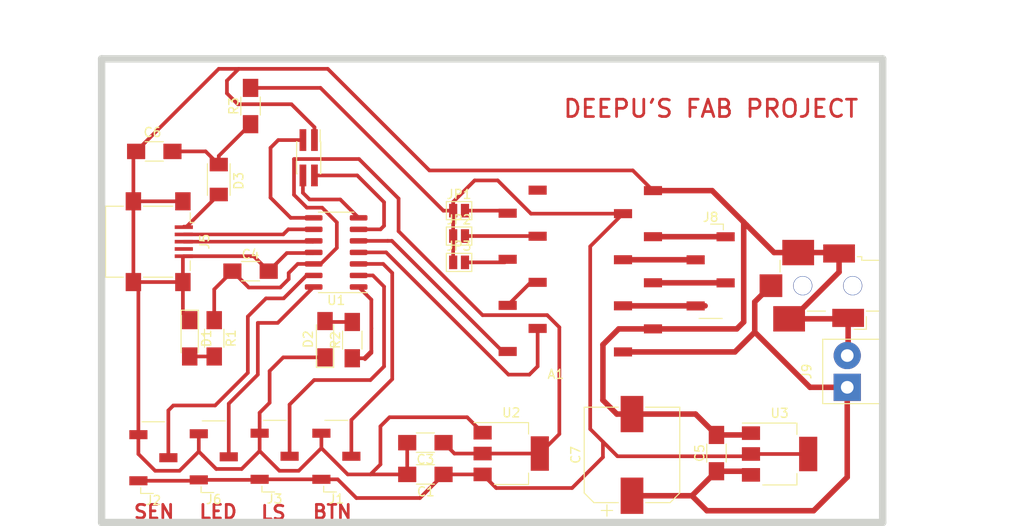
<source format=kicad_pcb>
(kicad_pcb (version 20221018) (generator pcbnew)
  (layers (0 "F.Cu" signal) (31 "B.Cu" signal) (34 "B.Paste" user) (35 "F.Paste" user) (36 "B.SilkS" user "B.Silkscreen") (37 "F.SilkS" user "F.Silkscreen") (38 "B.Mask" user) (39 "F.Mask" user) (44 "Edge.Cuts" user))
  (net 0 "")
  (net 2 "Net-(A1-MS1)")
  (net 3 "Net-(A1-MS2)")
  (net 4 "Net-(A1-MS3)")
  (net 5 "Net-(A1-~{RESET})")
  (net 6 "STEP")
  (net 7 "DIR")
  (net 8 "PWR_GND")
  (net 9 "PWR_5V")
  (net 10 "Net-(A1-1B)")
  (net 11 "Net-(A1-1A)")
  (net 12 "Net-(A1-2A)")
  (net 13 "Net-(A1-2B)")
  (net 14 "PWR_12V")
  (net 15 "PWR_3V3")
  (net 16 "Net-(D1-A)")
  (net 17 "Net-(D2-A)")
  (net 18 "Net-(D3-A)")
  (net 19 "BUTTON")
  (net 20 "SENSOR")
  (net 21 "LIM SWITCH")
  (net 22 "ADDR LED")
  (net 23 "RST")
  (net 24 "DIO")
  (net 25 "CLK")
  (net 26 "LED")
  (net 27 "D-")
  (net 28 "D+")
  (footprint "fab:SOT-223-3_TabPin2" (layer "F.Cu") (at 154.1 114.5)
    (fp_text reference "U2" (at 0 -4.5) (layer "F.SilkS"))
    (fp_text value "Regulator_Linear_NCP1117-3.3V-1A")
    (fp_line (start -4.1 -3.41) (end 1.91 -3.41) (stroke (width 0.12)) (layer "F.SilkS"))
    (fp_line (start -1.85 3.41) (end 1.91 3.41) (stroke (width 0.12)) (layer "F.SilkS"))
    (fp_line (start 1.91 -3.41) (end 1.91 -2.15) (stroke (width 0.12)) (layer "F.SilkS"))
    (fp_line (start 1.91 3.41) (end 1.91 2.15) (stroke (width 0.12)) (layer "F.SilkS"))
    (pad "1" smd rect (at -3.15 -2.3) (size 2 1.5) (layers "F.Cu" "F.Paste" "F.Mask") (net 8 "PWR_GND"))
    (pad "2" smd rect (at -3.15 0) (size 2 1.5) (layers "F.Cu" "F.Paste" "F.Mask") (net 15 "PWR_3V3"))
    (pad "2" smd rect (at 3.15 0) (size 2 3.8) (layers "F.Cu" "F.Paste" "F.Mask") (net 15 "PWR_3V3"))
    (pad "3" smd rect (at -3.15 2.3) (size 2 1.5) (layers "F.Cu" "F.Paste" "F.Mask") (net 9 "PWR_5V"))
  )
  (footprint "fab:TerminalBlock_OnShore_1x02_P3.50mm_Horizontal" (layer "F.Cu") (at 191.1 107.2 90)
    (fp_text reference "J9" (at 1.75 -4.46 90) (layer "F.SilkS"))
    (fp_text value "Screw_Terminal_01x02_P3.5mm")
    (fp_line (start -1.8 -2.7) (end -1.8 3.8) (stroke (width 0.12)) (layer "F.SilkS"))
    (fp_line (start -1.8 -2.7) (end 5.3 -2.7) (stroke (width 0.12)) (layer "F.SilkS"))
    (fp_line (start -1.8 3.8) (end 5.3 3.8) (stroke (width 0.12)) (layer "F.SilkS"))
    (fp_line (start 5.3 -2.7) (end 5.3 3.8) (stroke (width 0.12)) (layer "F.SilkS"))
    (pad "1" thru_hole rect (at 0 0 90) (size 3 3) (drill 1.4) (layers "*.Cu" "*.Mask") (net 14 "PWR_12V"))
    (pad "2" thru_hole circle (at 3.5 0 90) (size 3 3) (drill 1.4) (layers "*.Cu" "*.Mask") (net 8 "PWR_GND"))
  )
  (footprint "fab:PinSocket_1x03_P2.54mm_Vertical_SMD" (layer "F.Cu") (at 114.7 114.96 180)
    (fp_text reference "J2" (at 0 -4.699) (layer "F.SilkS"))
    (fp_text value "Conn_PinSocket_1x03_P2.54mm_Vertical_SMD")
    (fp_line (start -1.27 3.96) (end 1.27 3.96) (stroke (width 0.12)) (layer "F.SilkS"))
    (fp_line (start 1.397 -3.937) (end 0 -3.937) (stroke (width 0.12)) (layer "F.SilkS"))
    (fp_line (start 1.397 -3.302) (end 1.397 -3.937) (stroke (width 0.12)) (layer "F.SilkS"))
    (pad "1" smd rect (at 1.65 -2.54 180) (size 2 1) (layers "F.Cu" "F.Paste" "F.Mask") (net 9 "PWR_5V"))
    (pad "2" smd rect (at -1.65 0 180) (size 2 1) (layers "F.Cu" "F.Paste" "F.Mask") (net 20 "SENSOR"))
    (pad "3" smd rect (at 1.65 2.54 180) (size 2 1) (layers "F.Cu" "F.Paste" "F.Mask") (net 8 "PWR_GND"))
  )
  (footprint "fab:CP_Elec_D10.0mm" (layer "F.Cu") (at 167.4 114.65 90)
    (fp_text reference "C7" (at 0 -6.2 90) (layer "F.SilkS"))
    (fp_text value "100uF")
    (fp_line (start -6.75 -2.76) (end -5.5 -2.76) (stroke (width 0.12)) (layer "F.SilkS"))
    (fp_line (start -6.125 -3.385) (end -6.125 -2.135) (stroke (width 0.12)) (layer "F.SilkS"))
    (fp_line (start -5.26 -4.195563) (end -5.26 -1.51) (stroke (width 0.12)) (layer "F.SilkS"))
    (fp_line (start -5.26 -4.195563) (end -4.195563 -5.26) (stroke (width 0.12)) (layer "F.SilkS"))
    (fp_line (start -5.26 4.195563) (end -5.26 1.51) (stroke (width 0.12)) (layer "F.SilkS"))
    (fp_line (start -5.26 4.195563) (end -4.195563 5.26) (stroke (width 0.12)) (layer "F.SilkS"))
    (fp_line (start -4.195563 -5.26) (end 5.26 -5.26) (stroke (width 0.12)) (layer "F.SilkS"))
    (fp_line (start -4.195563 5.26) (end 5.26 5.26) (stroke (width 0.12)) (layer "F.SilkS"))
    (fp_line (start 5.26 -5.26) (end 5.26 -1.51) (stroke (width 0.12)) (layer "F.SilkS"))
    (fp_line (start 5.26 5.26) (end 5.26 1.51) (stroke (width 0.12)) (layer "F.SilkS"))
    (pad "1" smd rect (at -4.5 0 90) (size 4 2.5) (layers "F.Cu" "F.Paste" "F.Mask") (net 14 "PWR_12V"))
    (pad "2" smd rect (at 4.5 0 90) (size 4 2.5) (layers "F.Cu" "F.Paste" "F.Mask") (net 8 "PWR_GND"))
  )
  (footprint "Jumper:SolderJumper-2_P1.3mm_Open_Pad1.0x1.5mm" (layer "F.Cu") (at 148.36 90.53)
    (fp_text reference "JP2" (at 0 -1.8) (layer "F.SilkS"))
    (fp_text value "SolderJumper_2_Open")
    (fp_line (start -1.4 -1) (end 1.4 -1) (stroke (width 0.12)) (layer "F.SilkS"))
    (fp_line (start -1.4 1) (end -1.4 -1) (stroke (width 0.12)) (layer "F.SilkS"))
    (fp_line (start 1.4 -1) (end 1.4 1) (stroke (width 0.12)) (layer "F.SilkS"))
    (fp_line (start 1.4 1) (end -1.4 1) (stroke (width 0.12)) (layer "F.SilkS"))
    (pad "1" smd rect (at -0.65 0) (size 0.9 1.5) (layers "F.Cu" "F.Mask") (net 9 "PWR_5V"))
    (pad "2" smd rect (at 0.65 0) (size 0.9 1.5) (layers "F.Cu" "F.Mask") (net 3 "Net-(A1-MS2)"))
  )
  (footprint "fab:SOD-123T" (layer "F.Cu") (at 121.9 84.3 -90)
    (fp_text reference "D3" (at 0.15 -2.2 90) (layer "F.SilkS"))
    (fp_text value "D_Schottky_100V_1A")
    (fp_line (start -1.75 -1.25) (end 1.75 -1.25) (stroke (width 0.12)) (layer "F.SilkS"))
    (fp_line (start -1.75 1.25) (end 1.75 1.25) (stroke (width 0.12)) (layer "F.SilkS"))
    (pad "1" smd rect (at -1.65 0 270) (size 1.5 2) (layers "F.Cu" "F.Paste" "F.Mask") (net 9 "PWR_5V"))
    (pad "2" smd rect (at 1.65 0 270) (size 1.5 2) (layers "F.Cu" "F.Paste" "F.Mask") (net 18 "Net-(D3-A)"))
  )
  (footprint "Connector_USB:USB_Mini-B_Lumberg_2486_01_Horizontal" (layer "F.Cu") (at 115.35 91.15 -90)
    (fp_text reference "J5" (at 0 -5 90) (layer "F.SilkS"))
    (fp_text value "USB_B_Mini")
    (fp_line (start -3.91 1.74) (end -3.91 -1.49) (stroke (width 0.12)) (layer "F.SilkS"))
    (fp_line (start -3.91 5.91) (end -3.91 3.96) (stroke (width 0.12)) (layer "F.SilkS"))
    (fp_line (start -3.19 -3.41) (end -2.11 -3.41) (stroke (width 0.12)) (layer "F.SilkS"))
    (fp_line (start -2.11 -3.41) (end -2.11 -3.84) (stroke (width 0.12)) (layer "F.SilkS"))
    (fp_line (start 2.11 -3.41) (end 3.19 -3.41) (stroke (width 0.12)) (layer "F.SilkS"))
    (fp_line (start 3.91 1.74) (end 3.91 -1.49) (stroke (width 0.12)) (layer "F.SilkS"))
    (fp_line (start 3.91 5.91) (end -3.91 5.91) (stroke (width 0.12)) (layer "F.SilkS"))
    (fp_line (start 3.91 5.91) (end 3.91 3.96) (stroke (width 0.12)) (layer "F.SilkS"))
    (pad "" np_thru_hole circle (at -2.2 0 270) (size 1 1) (drill 1) (layers "*.Cu" "*.Mask"))
    (pad "" np_thru_hole circle (at 2.2 0 270) (size 1 1) (drill 1) (layers "*.Cu" "*.Mask"))
    (pad "1" smd rect (at -1.6 -2.7 270) (size 0.4 2) (layers "F.Cu" "F.Paste" "F.Mask") (net 18 "Net-(D3-A)"))
    (pad "2" smd rect (at -0.8 -2.7 270) (size 0.4 2) (layers "F.Cu" "F.Paste" "F.Mask") (net 27 "D-"))
    (pad "3" smd rect (at 0 -2.7 270) (size 0.4 2) (layers "F.Cu" "F.Paste" "F.Mask") (net 28 "D+"))
    (pad "4" smd rect (at 0.8 -2.7 270) (size 0.4 2) (layers "F.Cu" "F.Paste" "F.Mask"))
    (pad "5" smd rect (at 1.6 -2.7 270) (size 0.4 2) (layers "F.Cu" "F.Paste" "F.Mask") (net 8 "PWR_GND"))
    (pad "6" smd rect (at -4.45 -2.6 270) (size 2 1.7) (layers "F.Cu" "F.Paste" "F.Mask") (net 8 "PWR_GND"))
    (pad "6" smd rect (at -4.45 2.85 270) (size 2 1.7) (layers "F.Cu" "F.Paste" "F.Mask") (net 8 "PWR_GND"))
    (pad "6" smd rect (at 4.45 -2.6 270) (size 2 1.7) (layers "F.Cu" "F.Paste" "F.Mask") (net 8 "PWR_GND"))
    (pad "6" smd rect (at 4.45 2.85 270) (size 2 1.7) (layers "F.Cu" "F.Paste" "F.Mask") (net 8 "PWR_GND"))
  )
  (footprint "fab:PinSocket_1x03_P2.54mm_Vertical_SMD" (layer "F.Cu") (at 128.05 114.8 180)
    (fp_text reference "J3" (at 0 -4.699) (layer "F.SilkS"))
    (fp_text value "Conn_PinSocket_1x03_P2.54mm_Vertical_SMD")
    (fp_line (start -1.27 3.96) (end 1.27 3.96) (stroke (width 0.12)) (layer "F.SilkS"))
    (fp_line (start 1.397 -3.937) (end 0 -3.937) (stroke (width 0.12)) (layer "F.SilkS"))
    (fp_line (start 1.397 -3.302) (end 1.397 -3.937) (stroke (width 0.12)) (layer "F.SilkS"))
    (pad "1" smd rect (at 1.65 -2.54 180) (size 2 1) (layers "F.Cu" "F.Paste" "F.Mask") (net 9 "PWR_5V"))
    (pad "2" smd rect (at -1.65 0 180) (size 2 1) (layers "F.Cu" "F.Paste" "F.Mask") (net 21 "LIM SWITCH"))
    (pad "3" smd rect (at 1.65 2.54 180) (size 2 1) (layers "F.Cu" "F.Paste" "F.Mask") (net 8 "PWR_GND"))
  )
  (footprint "fab:LED_1206" (layer "F.Cu") (at 118.7 101.8 -90)
    (fp_text reference "D1" (at 0 -1.85 90) (layer "F.SilkS"))
    (fp_text value "LED_1206")
    (fp_line (start -3.1 -0.95) (end -3.1 0.95) (stroke (width 0.12)) (layer "F.SilkS"))
    (fp_line (start -3.1 -0.95) (end 1.6 -0.95) (stroke (width 0.12)) (layer "F.SilkS"))
    (fp_line (start -3.1 0.95) (end 1.6 0.95) (stroke (width 0.12)) (layer "F.SilkS"))
    (pad "1" smd rect (at -2 0 270) (size 2 1.7) (layers "F.Cu" "F.Paste" "F.Mask") (net 8 "PWR_GND"))
    (pad "2" smd rect (at 2 0 270) (size 2 1.7) (layers "F.Cu" "F.Paste" "F.Mask") (net 16 "Net-(D1-A)"))
  )
  (footprint "fab:C_1206" (layer "F.Cu") (at 144.65 116.8 180)
    (fp_text reference "C1" (at -0.05 -1.9) (layer "F.SilkS"))
    (fp_text value "10uF")
    (fp_line (start -1 -1.07) (end 1 -1.07) (stroke (width 0.12)) (layer "F.SilkS"))
    (fp_line (start 1 1.07) (end -1 1.07) (stroke (width 0.12)) (layer "F.SilkS"))
    (pad "1" smd rect (at -2 0 180) (size 2 1.7) (layers "F.Cu" "F.Paste" "F.Mask") (net 9 "PWR_5V"))
    (pad "2" smd rect (at 2 0 180) (size 2 1.7) (layers "F.Cu" "F.Paste" "F.Mask") (net 8 "PWR_GND"))
  )
  (footprint "fab:R_1206" (layer "F.Cu") (at 136.6 102 90)
    (fp_text reference "R2" (at 0 -1.85 90) (layer "F.SilkS"))
    (fp_text value "220")
    (fp_line (start -1 -1.07) (end 1 -1.07) (stroke (width 0.12)) (layer "F.SilkS"))
    (fp_line (start 1 1.07) (end -1 1.07) (stroke (width 0.12)) (layer "F.SilkS"))
    (pad "1" smd rect (at -2 0 90) (size 2 1.7) (layers "F.Cu" "F.Paste" "F.Mask") (net 26 "LED"))
    (pad "2" smd rect (at 2 0 90) (size 2 1.7) (layers "F.Cu" "F.Paste" "F.Mask") (net 17 "Net-(D2-A)"))
  )
  (footprint "fab:PinSocket_1x04_P2.54mm_Vertical_SMD" (layer "F.Cu") (at 176.06 94.42)
    (fp_text reference "J8" (at 0 -5.969) (layer "F.SilkS"))
    (fp_text value "Conn_PinSocket_1x04_P2.54mm_Vertical_SMD")
    (fp_line (start -1.27 5.19) (end 1.27 5.19) (stroke (width 0.12)) (layer "F.SilkS"))
    (fp_line (start 1.397 -5.207) (end 0 -5.207) (stroke (width 0.12)) (layer "F.SilkS"))
    (fp_line (start 1.397 -4.572) (end 1.397 -5.207) (stroke (width 0.12)) (layer "F.SilkS"))
    (pad "1" smd rect (at 1.65 -3.81) (size 2 1) (layers "F.Cu" "F.Paste" "F.Mask") (net 10 "Net-(A1-1B)"))
    (pad "2" smd rect (at -1.65 -1.27) (size 2 1) (layers "F.Cu" "F.Paste" "F.Mask") (net 11 "Net-(A1-1A)"))
    (pad "3" smd rect (at 1.65 1.27) (size 2 1) (layers "F.Cu" "F.Paste" "F.Mask") (net 12 "Net-(A1-2A)"))
    (pad "4" smd rect (at -1.65 3.81) (size 2 1) (layers "F.Cu" "F.Paste" "F.Mask") (net 13 "Net-(A1-2B)"))
  )
  (footprint "fab:R_1206" (layer "F.Cu") (at 125.4 76.2 90)
    (fp_text reference "R3" (at 0 -1.85 90) (layer "F.SilkS"))
    (fp_text value "0 ohm")
    (fp_line (start -1 -1.07) (end 1 -1.07) (stroke (width 0.12)) (layer "F.SilkS"))
    (fp_line (start 1 1.07) (end -1 1.07) (stroke (width 0.12)) (layer "F.SilkS"))
    (pad "1" smd rect (at -2 0 90) (size 2 1.7) (layers "F.Cu" "F.Paste" "F.Mask") (net 9 "PWR_5V"))
    (pad "2" smd rect (at 2 0 90) (size 2 1.7) (layers "F.Cu" "F.Paste" "F.Mask") (net 9 "PWR_5V"))
  )
  (footprint "fab:SOT-223-3_TabPin2" (layer "F.Cu") (at 183.65 114.55)
    (fp_text reference "U3" (at 0 -4.5) (layer "F.SilkS"))
    (fp_text value "Regulator_Linear_NCP1117-5.0V-1A")
    (fp_line (start -4.1 -3.41) (end 1.91 -3.41) (stroke (width 0.12)) (layer "F.SilkS"))
    (fp_line (start -1.85 3.41) (end 1.91 3.41) (stroke (width 0.12)) (layer "F.SilkS"))
    (fp_line (start 1.91 -3.41) (end 1.91 -2.15) (stroke (width 0.12)) (layer "F.SilkS"))
    (fp_line (start 1.91 3.41) (end 1.91 2.15) (stroke (width 0.12)) (layer "F.SilkS"))
    (pad "1" smd rect (at -3.15 -2.3) (size 2 1.5) (layers "F.Cu" "F.Paste" "F.Mask") (net 8 "PWR_GND"))
    (pad "2" smd rect (at -3.15 0) (size 2 1.5) (layers "F.Cu" "F.Paste" "F.Mask") (net 9 "PWR_5V"))
    (pad "2" smd rect (at 3.15 0) (size 2 3.8) (layers "F.Cu" "F.Paste" "F.Mask") (net 9 "PWR_5V"))
    (pad "3" smd rect (at -3.15 2.3) (size 2 1.5) (layers "F.Cu" "F.Paste" "F.Mask") (net 14 "PWR_12V"))
  )
  (footprint "Package_SO:SOIC-14_3.9x8.7mm_P1.27mm" (layer "F.Cu") (at 134.825 92.33 180)
    (fp_text reference "U1" (at 0 -5.28) (layer "F.SilkS"))
    (fp_text value "ATSAMD11C14A-SS")
    (fp_line (start 0 -4.435) (end -3.45 -4.435) (stroke (width 0.12)) (layer "F.SilkS"))
    (fp_line (start 0 -4.435) (end 1.95 -4.435) (stroke (width 0.12)) (layer "F.SilkS"))
    (fp_line (start 0 4.435) (end -1.95 4.435) (stroke (width 0.12)) (layer "F.SilkS"))
    (fp_line (start 0 4.435) (end 1.95 4.435) (stroke (width 0.12)) (layer "F.SilkS"))
    (pad "1" smd roundrect (at -2.475 -3.81 180) (size 1.95 0.6) (layers "F.Cu" "F.Paste" "F.Mask") (net 26 "LED"))
    (pad "2" smd roundrect (at -2.475 -2.54 180) (size 1.95 0.6) (layers "F.Cu" "F.Paste" "F.Mask") (net 21 "LIM SWITCH"))
    (pad "3" smd roundrect (at -2.475 -1.27 180) (size 1.95 0.6) (layers "F.Cu" "F.Paste" "F.Mask") (net 19 "BUTTON"))
    (pad "4" smd roundrect (at -2.475 0 180) (size 1.95 0.6) (layers "F.Cu" "F.Paste" "F.Mask") (net 6 "STEP"))
    (pad "5" smd roundrect (at -2.475 1.27 180) (size 1.95 0.6) (layers "F.Cu" "F.Paste" "F.Mask") (net 7 "DIR"))
    (pad "6" smd roundrect (at -2.475 2.54 180) (size 1.95 0.6) (layers "F.Cu" "F.Paste" "F.Mask") (net 23 "RST"))
    (pad "7" smd roundrect (at -2.475 3.81 180) (size 1.95 0.6) (layers "F.Cu" "F.Paste" "F.Mask") (net 25 "CLK"))
    (pad "8" smd roundrect (at 2.475 3.81 180) (size 1.95 0.6) (layers "F.Cu" "F.Paste" "F.Mask") (net 24 "DIO"))
    (pad "9" smd roundrect (at 2.475 2.54 180) (size 1.95 0.6) (layers "F.Cu" "F.Paste" "F.Mask") (net 27 "D-"))
    (pad "10" smd roundrect (at 2.475 1.27 180) (size 1.95 0.6) (layers "F.Cu" "F.Paste" "F.Mask") (net 28 "D+"))
    (pad "11" smd roundrect (at 2.475 0 180) (size 1.95 0.6) (layers "F.Cu" "F.Paste" "F.Mask") (net 8 "PWR_GND"))
    (pad "12" smd roundrect (at 2.475 -1.27 180) (size 1.95 0.6) (layers "F.Cu" "F.Paste" "F.Mask") (net 15 "PWR_3V3"))
    (pad "13" smd roundrect (at 2.475 -2.54 180) (size 1.95 0.6) (layers "F.Cu" "F.Paste" "F.Mask") (net 20 "SENSOR"))
    (pad "14" smd roundrect (at 2.475 -3.81 180) (size 1.95 0.6) (layers "F.Cu" "F.Paste" "F.Mask") (net 22 "ADDR LED"))
  )
  (footprint "A4899_DRV:A4899" (layer "F.Cu") (at 161.71 104.86)
    (fp_text reference "A1" (at -2.7 0.9 unlocked) (layer "F.SilkS"))
    (fp_text value "Pololu_Breakout_A4988")
    (pad "1" smd rect (at -4.7 -19.39) (size 2 1) (layers "F.Cu" "F.Paste" "F.Mask"))
    (pad "2" smd rect (at -8 -16.85) (size 2 1) (layers "F.Cu" "F.Paste" "F.Mask") (net 2 "Net-(A1-MS1)"))
    (pad "3" smd rect (at -4.7 -14.31) (size 2 1) (layers "F.Cu" "F.Paste" "F.Mask") (net 3 "Net-(A1-MS2)"))
    (pad "4" smd rect (at -8 -11.77) (size 2 1) (layers "F.Cu" "F.Paste" "F.Mask") (net 4 "Net-(A1-MS3)"))
    (pad "5" smd rect (at -4.7 -9.23) (size 2 1) (layers "F.Cu" "F.Paste" "F.Mask") (net 5 "Net-(A1-~{RESET})"))
    (pad "6" smd rect (at -8 -6.69) (size 2 1) (layers "F.Cu" "F.Paste" "F.Mask") (net 5 "Net-(A1-~{RESET})"))
    (pad "7" smd rect (at -4.7 -4.15) (size 2 1) (layers "F.Cu" "F.Paste" "F.Mask") (net 6 "STEP"))
    (pad "8" smd rect (at -8 -1.61) (size 2 1) (layers "F.Cu" "F.Paste" "F.Mask") (net 7 "DIR"))
    (pad "9" smd rect (at 8 -19.34) (size 2 1) (layers "F.Cu" "F.Paste" "F.Mask") (net 8 "PWR_GND"))
    (pad "10" smd rect (at 4.7 -16.8) (size 2 1) (layers "F.Cu" "F.Paste" "F.Mask") (net 9 "PWR_5V"))
    (pad "11" smd rect (at 8 -14.26) (size 2 1) (layers "F.Cu" "F.Paste" "F.Mask") (net 10 "Net-(A1-1B)"))
    (pad "12" smd rect (at 4.7 -11.72) (size 2 1) (layers "F.Cu" "F.Paste" "F.Mask") (net 11 "Net-(A1-1A)"))
    (pad "13" smd rect (at 8 -9.18) (size 2 1) (layers "F.Cu" "F.Paste" "F.Mask") (net 12 "Net-(A1-2A)"))
    (pad "14" smd rect (at 4.7 -6.64) (size 2 1) (layers "F.Cu" "F.Paste" "F.Mask") (net 13 "Net-(A1-2B)"))
    (pad "15" smd rect (at 8 -4.1) (size 2 1) (layers "F.Cu" "F.Paste" "F.Mask") (net 8 "PWR_GND"))
    (pad "16" smd rect (at 4.7 -1.56) (size 2 1) (layers "F.Cu" "F.Paste" "F.Mask") (net 14 "PWR_12V"))
  )
  (footprint "fab:PinSocket_1x03_P2.54mm_Vertical_SMD" (layer "F.Cu") (at 134.85 114.8 180)
    (fp_text reference "J1" (at 0 -4.699) (layer "F.SilkS"))
    (fp_text value "Conn_PinSocket_1x03_P2.54mm_Vertical_SMD")
    (fp_line (start -1.27 3.96) (end 1.27 3.96) (stroke (width 0.12)) (layer "F.SilkS"))
    (fp_line (start 1.397 -3.937) (end 0 -3.937) (stroke (width 0.12)) (layer "F.SilkS"))
    (fp_line (start 1.397 -3.302) (end 1.397 -3.937) (stroke (width 0.12)) (layer "F.SilkS"))
    (pad "1" smd rect (at 1.65 -2.54 180) (size 2 1) (layers "F.Cu" "F.Paste" "F.Mask") (net 9 "PWR_5V"))
    (pad "2" smd rect (at -1.65 0 180) (size 2 1) (layers "F.Cu" "F.Paste" "F.Mask") (net 19 "BUTTON"))
    (pad "3" smd rect (at 1.65 2.54 180) (size 2 1) (layers "F.Cu" "F.Paste" "F.Mask") (net 8 "PWR_GND"))
  )
  (footprint "fab:C_1206" (layer "F.Cu") (at 114.8 81.2 180)
    (fp_text reference "C6" (at 0.2 2.1) (layer "F.SilkS"))
    (fp_text value "100nF")
    (fp_line (start -1 -1.07) (end 1 -1.07) (stroke (width 0.12)) (layer "F.SilkS"))
    (fp_line (start 1 1.07) (end -1 1.07) (stroke (width 0.12)) (layer "F.SilkS"))
    (pad "1" smd rect (at -2 0 180) (size 2 1.7) (layers "F.Cu" "F.Paste" "F.Mask") (net 9 "PWR_5V"))
    (pad "2" smd rect (at 2 0 180) (size 2 1.7) (layers "F.Cu" "F.Paste" "F.Mask") (net 8 "PWR_GND"))
  )
  (footprint "fab:C_1206" (layer "F.Cu") (at 125.4 94.4)
    (fp_text reference "C4" (at 0 -1.85) (layer "F.SilkS"))
    (fp_text value "1uF")
    (fp_line (start -1 -1.07) (end 1 -1.07) (stroke (width 0.12)) (layer "F.SilkS"))
    (fp_line (start 1 1.07) (end -1 1.07) (stroke (width 0.12)) (layer "F.SilkS"))
    (pad "1" smd rect (at -2 0) (size 2 1.7) (layers "F.Cu" "F.Paste" "F.Mask") (net 15 "PWR_3V3"))
    (pad "2" smd rect (at 2 0) (size 2 1.7) (layers "F.Cu" "F.Paste" "F.Mask") (net 8 "PWR_GND"))
  )
  (footprint "fab:C_1206" (layer "F.Cu") (at 176.7 114.45 90)
    (fp_text reference "C5" (at 0 -1.85 90) (layer "F.SilkS"))
    (fp_text value "100nF")
    (fp_line (start -1 -1.07) (end 1 -1.07) (stroke (width 0.12)) (layer "F.SilkS"))
    (fp_line (start 1 1.07) (end -1 1.07) (stroke (width 0.12)) (layer "F.SilkS"))
    (pad "1" smd rect (at -2 0 90) (size 2 1.7) (layers "F.Cu" "F.Paste" "F.Mask") (net 14 "PWR_12V"))
    (pad "2" smd rect (at 2 0 90) (size 2 1.7) (layers "F.Cu" "F.Paste" "F.Mask") (net 8 "PWR_GND"))
  )
  (footprint "Jumper:SolderJumper-2_P1.3mm_Open_Pad1.0x1.5mm" (layer "F.Cu") (at 148.36 87.73)
    (fp_text reference "JP1" (at 0 -1.8) (layer "F.SilkS"))
    (fp_text value "SolderJumper_2_Open")
    (fp_line (start -1.4 -1) (end 1.4 -1) (stroke (width 0.12)) (layer "F.SilkS"))
    (fp_line (start -1.4 1) (end -1.4 -1) (stroke (width 0.12)) (layer "F.SilkS"))
    (fp_line (start 1.4 -1) (end 1.4 1) (stroke (width 0.12)) (layer "F.SilkS"))
    (fp_line (start 1.4 1) (end -1.4 1) (stroke (width 0.12)) (layer "F.SilkS"))
    (pad "1" smd rect (at -0.65 0) (size 0.9 1.5) (layers "F.Cu" "F.Mask") (net 9 "PWR_5V"))
    (pad "2" smd rect (at 0.65 0) (size 0.9 1.5) (layers "F.Cu" "F.Mask") (net 2 "Net-(A1-MS1)"))
  )
  (footprint "fab:LED_1206" (layer "F.Cu") (at 133.6 101.9 90)
    (fp_text reference "D2" (at 0 -1.85 90) (layer "F.SilkS"))
    (fp_text value "LED_1206")
    (fp_line (start -3.1 -0.95) (end -3.1 0.95) (stroke (width 0.12)) (layer "F.SilkS"))
    (fp_line (start -3.1 -0.95) (end 1.6 -0.95) (stroke (width 0.12)) (layer "F.SilkS"))
    (fp_line (start -3.1 0.95) (end 1.6 0.95) (stroke (width 0.12)) (layer "F.SilkS"))
    (pad "1" smd rect (at -2 0 90) (size 2 1.7) (layers "F.Cu" "F.Paste" "F.Mask") (net 8 "PWR_GND"))
    (pad "2" smd rect (at 2 0 90) (size 2 1.7) (layers "F.Cu" "F.Paste" "F.Mask") (net 17 "Net-(D2-A)"))
  )
  (footprint "fab:R_1206" (layer "F.Cu") (at 121.4 101.8 -90)
    (fp_text reference "R1" (at 0 -1.85 90) (layer "F.SilkS"))
    (fp_text value "220")
    (fp_line (start -1 -1.07) (end 1 -1.07) (stroke (width 0.12)) (layer "F.SilkS"))
    (fp_line (start 1 1.07) (end -1 1.07) (stroke (width 0.12)) (layer "F.SilkS"))
    (pad "1" smd rect (at -2 0 270) (size 2 1.7) (layers "F.Cu" "F.Paste" "F.Mask") (net 15 "PWR_3V3"))
    (pad "2" smd rect (at 2 0 270) (size 2 1.7) (layers "F.Cu" "F.Paste" "F.Mask") (net 16 "Net-(D1-A)"))
  )
  (footprint "fab:C_1206" (layer "F.Cu") (at 144.65 113.3 180)
    (fp_text reference "C3" (at 0 -1.85) (layer "F.SilkS"))
    (fp_text value "100nF")
    (fp_line (start -1 -1.07) (end 1 -1.07) (stroke (width 0.12)) (layer "F.SilkS"))
    (fp_line (start 1 1.07) (end -1 1.07) (stroke (width 0.12)) (layer "F.SilkS"))
    (pad "1" smd rect (at -2 0 180) (size 2 1.7) (layers "F.Cu" "F.Paste" "F.Mask") (net 15 "PWR_3V3"))
    (pad "2" smd rect (at 2 0 180) (size 2 1.7) (layers "F.Cu" "F.Paste" "F.Mask") (net 8 "PWR_GND"))
  )
  (footprint "Jumper:SolderJumper-2_P1.3mm_Open_Pad1.0x1.5mm" (layer "F.Cu") (at 148.36 93.43)
    (fp_text reference "JP3" (at 0 -1.8) (layer "F.SilkS"))
    (fp_text value "SolderJumper_2_Open")
    (fp_line (start -1.4 -1) (end 1.4 -1) (stroke (width 0.12)) (layer "F.SilkS"))
    (fp_line (start -1.4 1) (end -1.4 -1) (stroke (width 0.12)) (layer "F.SilkS"))
    (fp_line (start 1.4 -1) (end 1.4 1) (stroke (width 0.12)) (layer "F.SilkS"))
    (fp_line (start 1.4 1) (end -1.4 1) (stroke (width 0.12)) (layer "F.SilkS"))
    (pad "1" smd rect (at -0.65 0) (size 0.9 1.5) (layers "F.Cu" "F.Mask") (net 9 "PWR_5V"))
    (pad "2" smd rect (at 0.65 0) (size 0.9 1.5) (layers "F.Cu" "F.Mask") (net 4 "Net-(A1-MS3)"))
  )
  (footprint "fab:PinHeader_2x02_P1.27mm_Vertical_SMD" (layer "F.Cu") (at 131.8 81.9 -90)
    (fp_text reference "J7" hide)
    (fp_text value "Conn_PinHeader_2x02_P1.27mm_Vertical_SMD")
    (fp_line (start -3.09 -1.265) (end -1.765 -1.265) (stroke (width 0.12)) (layer "F.SilkS"))
    (fp_line (start -1.765 -1.33) (end -1.765 -1.265) (stroke (width 0.12)) (layer "F.SilkS"))
    (fp_line (start -1.765 -1.33) (end 1.765 -1.33) (stroke (width 0.12)) (layer "F.SilkS"))
    (fp_line (start -1.765 1.265) (end -1.765 1.33) (stroke (width 0.12)) (layer "F.SilkS"))
    (fp_line (start -1.765 1.33) (end 1.765 1.33) (stroke (width 0.12)) (layer "F.SilkS"))
    (fp_line (start 1.765 -1.33) (end 1.765 -1.265) (stroke (width 0.12)) (layer "F.SilkS"))
    (fp_line (start 1.765 1.265) (end 1.765 1.33) (stroke (width 0.12)) (layer "F.SilkS"))
    (pad "1" smd rect (at -1.95 -0.635 270) (size 2.4 0.74) (layers "F.Cu" "F.Paste" "F.Mask") (net 8 "PWR_GND"))
    (pad "2" smd rect (at 1.95 -0.635 270) (size 2.4 0.74) (layers "F.Cu" "F.Paste" "F.Mask") (net 23 "RST"))
    (pad "3" smd rect (at -1.95 0.635 270) (size 2.4 0.74) (layers "F.Cu" "F.Paste" "F.Mask") (net 24 "DIO"))
    (pad "4" smd rect (at 1.95 0.635 270) (size 2.4 0.74) (layers "F.Cu" "F.Paste" "F.Mask") (net 25 "CLK"))
  )
  (footprint "fab:PinSocket_1x03_P2.54mm_Vertical_SMD" (layer "F.Cu") (at 121.35 114.86 180)
    (fp_text reference "J6" (at 0 -4.699) (layer "F.SilkS"))
    (fp_text value "Conn_PinSocket_1x03_P2.54mm_Vertical_SMD")
    (fp_line (start -1.27 3.96) (end 1.27 3.96) (stroke (width 0.12)) (layer "F.SilkS"))
    (fp_line (start 1.397 -3.937) (end 0 -3.937) (stroke (width 0.12)) (layer "F.SilkS"))
    (fp_line (start 1.397 -3.302) (end 1.397 -3.937) (stroke (width 0.12)) (layer "F.SilkS"))
    (pad "1" smd rect (at 1.65 -2.54 180) (size 2 1) (layers "F.Cu" "F.Paste" "F.Mask") (net 9 "PWR_5V"))
    (pad "2" smd rect (at -1.65 0 180) (size 2 1) (layers "F.Cu" "F.Paste" "F.Mask") (net 22 "ADDR LED"))
    (pad "3" smd rect (at 1.65 2.54 180) (size 2 1) (layers "F.Cu" "F.Paste" "F.Mask") (net 8 "PWR_GND"))
  )
  (footprint "fab:CUIDevices_PJ1-023-SMT-TR_PWRJack_0.7x2.35mm" (layer "F.Cu") (at 194.7 96 180)
    (fp_text reference "J10" hide)
    (fp_text value "Conn_PWRJack_0.7x2.35mm_CUIDevices_PJ1-023-SMT-TR")
    (fp_line (start 0 -2.8) (end 1.5 -2.8) (stroke (width 0.12)) (layer "F.SilkS"))
    (fp_line (start 0 2.8) (end 0 -2.8) (stroke (width 0.12)) (layer "F.SilkS"))
    (fp_line (start 0 2.8) (end 2 2.8) (stroke (width 0.12)) (layer "F.SilkS"))
    (fp_line (start 1.5 -4.8) (end 1.5 -3.4) (stroke (width 0.12)) (layer "F.SilkS"))
    (fp_line (start 2 3.2) (end 2 2.8) (stroke (width 0.12)) (layer "F.SilkS"))
    (fp_line (start 2 3.2) (end 2.5 3.2) (stroke (width 0.12)) (layer "F.SilkS"))
    (fp_line (start 2.84 -4.8) (end 1.5 -4.8) (stroke (width 0.12)) (layer "F.SilkS"))
    (fp_line (start 6 -2.8) (end 8 -2.8) (stroke (width 0.12)) (layer "F.SilkS"))
    (fp_line (start 11 1.5) (end 11 2.8) (stroke (width 0.12)) (layer "F.SilkS"))
    (pad "" thru_hole circle (at 3 0 270) (size 2.1 2.1) (drill 2) (layers "*.Cu" "*.Mask"))
    (pad "" thru_hole circle (at 8.5 0 270) (size 2.1 2.1) (drill 2) (layers "*.Cu" "*.Mask"))
    (pad "1" smd rect (at 12 0 180) (size 2.5 2.5) (layers "F.Cu" "F.Paste" "F.Mask") (net 14 "PWR_12V"))
    (pad "2" smd rect (at 4.5 3.55 180) (size 3.5 2) (layers "F.Cu" "F.Paste" "F.Mask") (net 8 "PWR_GND"))
    (pad "2" smd rect (at 9 3.65 180) (size 3.5 2.8) (layers "F.Cu" "F.Paste" "F.Mask") (net 8 "PWR_GND"))
    (pad "3" smd rect (at 3.5 -3.55 180) (size 3.5 2) (layers "F.Cu" "F.Paste" "F.Mask") (net 8 "PWR_GND"))
    (pad "3" smd rect (at 10 -3.65 180) (size 3.5 2.8) (layers "F.Cu" "F.Paste" "F.Mask") (net 8 "PWR_GND"))
  )
  (gr_line (start 195 71) (end 195 122.1) (stroke (width 0.8128)) (layer "Edge.Cuts"))
  (gr_line (start 195 122.1) (end 109 122.1) (stroke (width 0.8128)) (layer "Edge.Cuts"))
  (gr_line (start 109 71) (end 195 71) (stroke (width 0.8128)) (layer "Edge.Cuts"))
  (gr_line (start 109 71) (end 109 122.1) (stroke (width 0.8128)) (layer "Edge.Cuts"))
  (gr_text "LED" (at 119.6 121.8) (layer "F.Cu") (effects (font (size 1.5 1.5) (thickness 0.3) bold) (justify left bottom)))
  (gr_text "DEEPU'S FAB PROJECT" (at 159.7 77.6) (layer "F.Cu") (effects (font (size 1.905 1.905) (thickness 0.3) bold) (justify left bottom)))
  (gr_text "LS" (at 126.4 121.9) (layer "F.Cu") (effects (font (size 1.5 1.5) (thickness 0.3) bold) (justify left bottom)))
  (gr_text "SEN" (at 112.4 121.8) (layer "F.Cu") (effects (font (size 1.5 1.5) (thickness 0.3) bold) (justify left bottom)))
  (gr_text "BTN" (at 132.1 121.8) (layer "F.Cu") (effects (font (size 1.5 1.5) (thickness 0.3) bold) (justify left bottom)))
  (segment (start 149.01 87.73) (end 153.43 87.73) (width 0.4064) (layer "F.Cu") (net 2))
  (segment (start 153.43 87.73) (end 153.71 88.01) (width 0.4064) (layer "F.Cu") (net 2))
  (segment (start 156.99 90.53) (end 157.01 90.55) (width 0.4064) (layer "F.Cu") (net 3))
  (segment (start 149.01 90.53) (end 156.99 90.53) (width 0.4064) (layer "F.Cu") (net 3))
  (segment (start 149.01 93.43) (end 153.37 93.43) (width 0.4064) (layer "F.Cu") (net 4))
  (segment (start 153.37 93.43) (end 153.71 93.09) (width 0.4064) (layer "F.Cu") (net 4))
  (segment (start 156.25 95.63) (end 153.71 98.17) (width 0.4064) (layer "F.Cu") (net 5))
  (segment (start 157.01 95.63) (end 156.25 95.63) (width 0.4064) (layer "F.Cu") (net 5))
  (segment (start 156.1 105.8) (end 153.8 105.8) (width 0.4064) (layer "F.Cu") (net 6))
  (segment (start 153.8 105.8) (end 140.33 92.33) (width 0.4064) (layer "F.Cu") (net 6))
  (segment (start 157.01 100.71) (end 157.01 104.89) (width 0.4064) (layer "F.Cu") (net 6))
  (segment (start 140.33 92.33) (end 137.3 92.33) (width 0.4064) (layer "F.Cu") (net 6))
  (segment (start 157.01 104.89) (end 156.1 105.8) (width 0.4064) (layer "F.Cu") (net 6))
  (segment (start 153.15 103.25) (end 140.96 91.06) (width 0.4064) (layer "F.Cu") (net 7))
  (segment (start 140.5 91.06) (end 137.3 91.06) (width 0.4064) (layer "F.Cu") (net 7))
  (segment (start 140.96 91.06) (end 140.5 91.06) (width 0.4064) (layer "F.Cu") (net 7))
  (segment (start 153.71 103.25) (end 153.15 103.25) (width 0.4064) (layer "F.Cu") (net 7))
  (segment (start 117.95 95.6) (end 117.95 99.05) (width 0.4064) (layer "F.Cu") (net 8))
  (segment (start 165.94 100.76) (end 164.2 102.5) (width 0.6096) (layer "F.Cu") (net 8))
  (segment (start 133.6 103.9) (end 129 103.9) (width 0.4064) (layer "F.Cu") (net 8))
  (segment (start 165.73 110.15) (end 167.4 110.15) (width 0.6096) (layer "F.Cu") (net 8))
  (segment (start 119.7 112.32) (end 119.7 114.2792) (width 0.4064) (layer "F.Cu") (net 8))
  (segment (start 124.4192 116.2) (end 126.4 114.2192) (width 0.4064) (layer "F.Cu") (net 8))
  (segment (start 184.7 99.65) (end 191.1 99.65) (width 0.6096) (layer "F.Cu") (net 8))
  (segment (start 142.65 113.3) (end 142.65 116.8) (width 0.4064) (layer "F.Cu") (net 8))
  (segment (start 132.435 78.535) (end 132.435 79.95) (width 0.4064) (layer "F.Cu") (net 8))
  (segment (start 180 89.3) (end 183.05 92.35) (width 0.6096) (layer "F.Cu") (net 8))
  (segment (start 185.7 92.35) (end 190.1 92.35) (width 0.6096) (layer "F.Cu") (net 8))
  (segment (start 112.5 86.7) (end 117.95 86.7) (width 0.4064) (layer "F.Cu") (net 8))
  (segment (start 120.1604 114.7396) (end 121.6208 116.2) (width 0.4064) (layer "F.Cu") (net 8))
  (segment (start 129.4 92.4) (end 132.28 92.4) (width 0.4064) (layer "F.Cu") (net 8))
  (segment (start 169.71 100.76) (end 165.94 100.76) (width 0.6096) (layer "F.Cu") (net 8))
  (segment (start 114.9 116.4) (end 117.5792 116.4) (width 0.4064) (layer "F.Cu") (net 8))
  (segment (start 124.1 72.1) (end 122.8 73.4) (width 0.4064) (layer "F.Cu") (net 8))
  (segment (start 130.7 116.4) (end 133.2 113.9) (width 0.4064) (layer "F.Cu") (net 8))
  (segment (start 127.5 105.4) (end 127.5 108.9) (width 0.4064) (layer "F.Cu") (net 8))
  (segment (start 139.7 111.5) (end 140.7 110.5) (width 0.4064) (layer "F.Cu") (net 8))
  (segment (start 117.5792 116.4) (end 119.7 114.2792) (width 0.4064) (layer "F.Cu") (net 8))
  (segment (start 127.4 94.4) (end 125.75 92.75) (width 0.4064) (layer "F.Cu") (net 8))
  (segment (start 121.6208 116.2) (end 124.4192 116.2) (width 0.4064) (layer "F.Cu") (net 8))
  (segment (start 126.4 112.26) (end 126.4 114.2192) (width 0.4064) (layer "F.Cu") (net 8))
  (segment (start 124 76) (end 129.9 76) (width 0.4064) (layer "F.Cu") (net 8))
  (segment (start 145.1 83.3) (end 133.9 72.1) (width 0.4064) (layer "F.Cu") (net 8))
  (segment (start 185.05 99.65) (end 190.2 94.5) (width 0.6096) (layer "F.Cu") (net 8))
  (segment (start 122.8 73.4) (end 122.8 74.8) (width 0.4064) (layer "F.Cu") (net 8))
  (segment (start 179.7 100) (end 178.94 100.76) (width 0.6096) (layer "F.Cu") (net 8))
  (segment (start 129.9 76) (end 132.435 78.535) (width 0.4064) (layer "F.Cu") (net 8))
  (segment (start 129 103.9) (end 127.5 105.4) (width 0.4064) (layer "F.Cu") (net 8))
  (segment (start 169.71 85.52) (end 176.22 85.52) (width 0.6096) (layer "F.Cu") (net 8))
  (segment (start 112.5 81.5) (end 112.8 81.2) (width 0.4064) (layer "F.Cu") (net 8))
  (segment (start 169.71 85.52) (end 167.49 83.3) (width 0.4064) (layer "F.Cu") (net 8))
  (segment (start 139.7 115.7) (end 139.7 111.5) (width 0.4064) (layer "F.Cu") (net 8))
  (segment (start 178.94 100.76) (end 169.71 100.76) (width 0.6096) (layer "F.Cu") (net 8))
  (segment (start 183.05 92.35) (end 185.7 92.35) (width 0.6096) (layer "F.Cu") (net 8))
  (segment (start 164.2 102.5) (end 164.2 108.62) (width 0.6096) (layer "F.Cu") (net 8))
  (segment (start 149.25 110.5) (end 150.95 112.2) (width 0.4064) (layer "F.Cu") (net 8))
  (segment (start 113.05 112.42) (end 113.05 96.15) (width 0.4064) (layer "F.Cu") (net 8))
  (segment (start 117.95 99.05) (end 118.7 99.8) (width 0.4064) (layer "F.Cu") (net 8))
  (segment (start 191.2 103.6) (end 191.1 103.7) (width 0.6096) (layer "F.Cu") (net 8))
  (segment (start 133.2 112.26) (end 133.2 113.9) (width 0.4064) (layer "F.Cu") (net 8))
  (segment (start 119.7 114.2792) (end 120.1604 114.7396) (width 0.4064) (layer "F.Cu") (net 8))
  (segment (start 112.5 86.7) (end 112.5 95.6) (width 0.4064) (layer "F.Cu") (net 8))
  (segment (start 122.8 74.8) (end 124 76) (width 0.4064) (layer "F.Cu") (net 8))
  (segment (start 179.65 88.95) (end 179.7 89) (width 0.6096) (layer "F.Cu") (net 8))
  (segment (start 184.7 99.65) (end 185.05 99.65) (width 0.6096) (layer "F.Cu") (net 8))
  (segment (start 117.95 95.6) (end 117.95 92.85) (width 0.4064) (layer "F.Cu") (net 8))
  (segment (start 127.5 108.9) (end 126.4 110) (width 0.4064) (layer "F.Cu") (net 8))
  (segment (start 126.4 110) (end 126.4 112.26) (width 0.4064) (layer "F.Cu") (net 8))
  (segment (start 174.4 110.15) (end 176.7 112.45) (width 0.6096) (layer "F.Cu") (net 8))
  (segment (start 176.22 85.52) (end 180 89.3) (width 0.6096) (layer "F.Cu") (net 8))
  (segment (start 132.28 92.4) (end 132.35 92.33) (width 0.4064) (layer "F.Cu") (net 8))
  (segment (start 121.9 72.1) (end 124.1 72.1) (width 0.4064) (layer "F.Cu") (net 8))
  (segment (start 113.05 96.15) (end 112.5 95.6) (width 0.4064) (layer "F.Cu") (net 8))
  (segment (start 117.95 95.6) (end 112.5 95.6) (width 0.4064) (layer "F.Cu") (net 8))
  (segment (start 133.9 72.1) (end 124.1 72.1) (width 0.4064) (layer "F.Cu") (net 8))
  (segment (start 167.4 110.15) (end 174.4 110.15) (width 0.6096) (layer "F.Cu") (net 8))
  (segment (start 140.7 110.5) (end 149.25 110.5) (width 0.4064) (layer "F.Cu") (net 8))
  (segment (start 167.49 83.3) (end 145.1 83.3) (width 0.4064) (layer "F.Cu") (net 8))
  (segment (start 113.05 114.55) (end 114.9 116.4) (width 0.4064) (layer "F.Cu") (net 8))
  (segment (start 128.5808 116.4) (end 130.7 116.4) (width 0.4064) (layer "F.Cu") (net 8))
  (segment (start 191.2 99.55) (end 191.2 103.6) (width 0.6096) (layer "F.Cu") (net 8))
  (segment (start 113.05 112.42) (end 113.05 114.55) (width 0.4064) (layer "F.Cu") (net 8))
  (segment (start 133.2 113.9) (end 136.1 116.8) (width 0.4064) (layer "F.Cu") (net 8))
  (segment (start 117.95 92.85) (end 118.05 92.75) (width 0.4064) (layer "F.Cu") (net 8))
  (segment (start 190.1 92.35) (end 190.2 92.45) (width 0.6096) (layer "F.Cu") (net 8))
  (segment (start 190.2 94.5) (end 190.2 92.45) (width 0.6096) (layer "F.Cu") (net 8))
  (segment (start 179.7 89) (end 179.7 100) (width 0.6096) (layer "F.Cu") (net 8))
  (segment (start 112.8 81.2) (end 121.9 72.1) (width 0.4064) (layer "F.Cu") (net 8))
  (segment (start 112.5 86.7) (end 112.5 81.5) (width 0.4064) (layer "F.Cu") (net 8))
  (segment (start 127.4 94.4) (end 129.4 92.4) (width 0.4064) (layer "F.Cu") (net 8))
  (segment (start 125.75 92.75) (end 118.05 92.75) (width 0.4064) (layer "F.Cu") (net 8))
  (segment (start 138.6 116.8) (end 139.7 115.7) (width 0.4064) (layer "F.Cu") (net 8))
  (segment (start 180.3 112.45) (end 180.5 112.25) (width 0.6096) (layer "F.Cu") (net 8))
  (segment (start 136.1 116.8) (end 142.65 116.8) (width 0.4064) (layer "F.Cu") (net 8))
  (segment (start 126.4 114.2192) (end 128.5808 116.4) (width 0.4064) (layer "F.Cu") (net 8))
  (segment (start 176.7 112.45) (end 180.3 112.45) (width 0.6096) (layer "F.Cu") (net 8))
  (segment (start 191.1 99.65) (end 191.2 99.55) (width 0.6096) (layer "F.Cu") (net 8))
  (segment (start 164.2 108.62) (end 165.73 110.15) (width 0.6096) (layer "F.Cu") (net 8))
  (segment (start 147.71 90.53) (end 147.71 93.43) (width 0.4064) (layer "F.Cu") (net 9))
  (segment (start 116.8 81.2) (end 120.45 81.2) (width 0.4064) (layer "F.Cu") (net 9))
  (segment (start 120.45 81.2) (end 121.9 82.65) (width 0.4064) (layer "F.Cu") (net 9))
  (segment (start 119.6 117.5) (end 119.7 117.4) (width 0.4064) (layer "F.Cu") (net 9))
  (segment (start 147.71 86.764) (end 147.71 87.73) (width 0.4064) (layer "F.Cu") (net 9))
  (segment (start 119.7 117.4) (end 126.34 117.4) (width 0.4064) (layer "F.Cu") (net 9))
  (segment (start 162.8 91.67) (end 162.8 111.8) (width 0.4064) (layer "F.Cu") (net 9))
  (segment (start 113.05 117.5) (end 119.6 117.5) (width 0.4064) (layer "F.Cu") (net 9))
  (segment (start 121.9 82.65) (end 121.9 81.7) (width 0.4064) (layer "F.Cu") (net 9))
  (segment (start 146.65 116.8) (end 150.95 116.8) (width 0.4064) (layer "F.Cu") (net 9))
  (segment (start 147.71 87.73) (end 147.71 90.53) (width 0.4064) (layer "F.Cu") (net 9))
  (segment (start 150.95 116.8) (end 152.45 118.3) (width 0.4064) (layer "F.Cu") (net 9))
  (segment (start 126.4 117.34) (end 133.2 117.34) (width 0.4064) (layer "F.Cu") (net 9))
  (segment (start 137.05 119.4) (end 144.05 119.4) (width 0.4064) (layer "F.Cu") (net 9))
  (segment (start 125.4 74.2) (end 133.1 74.2) (width 0.4064) (layer "F.Cu") (net 9))
  (segment (start 164.6 113.6) (end 165.8 114.8) (width 0.4064) (layer "F.Cu") (net 9))
  (segment (start 160.8 118.3) (end 164.2 114.9) (width 0.4064) (layer "F.Cu") (net 9))
  (segment (start 164.2 114.9) (end 164.2 113.2) (width 0.4064) (layer "F.Cu") (net 9))
  (segment (start 156.276 88.06) (end 152.616 84.4) (width 0.4064) (layer "F.Cu") (net 9))
  (segment (start 165.8 114.8) (end 180.25 114.8) (width 0.4064) (layer "F.Cu") (net 9))
  (segment (start 166.41 88.06) (end 162.8 91.67) (width 0.4064) (layer "F.Cu") (net 9))
  (segment (start 180.25 114.8) (end 180.5 114.55) (width 0.4064) (layer "F.Cu") (net 9))
  (segment (start 166.41 88.06) (end 156.276 88.06) (width 0.4064) (layer "F.Cu") (net 9))
  (segment (start 126.34 117.4) (end 126.4 117.34) (width 0.4064) (layer "F.Cu") (net 9))
  (segment (start 150.074 84.4) (end 147.71 86.764) (width 0.4064) (layer "F.Cu") (net 9))
  (segment (start 152.45 118.3) (end 160.8 118.3) (width 0.4064) (layer "F.Cu") (net 9))
  (segment (start 133.1 74.2) (end 146.63 87.73) (width 0.4064) (layer "F.Cu") (net 9))
  (segment (start 152.616 84.4) (end 150.074 84.4) (width 0.4064) (layer "F.Cu") (net 9))
  (segment (start 134.99 117.34) (end 137.05 119.4) (width 0.4064) (layer "F.Cu") (net 9))
  (segment (start 133.2 117.34) (end 134.99 117.34) (width 0.4064) (layer "F.Cu") (net 9))
  (segment (start 162.8 111.8) (end 164.6 113.6) (width 0.4064) (layer "F.Cu") (net 9))
  (segment (start 144.05 119.4) (end 146.65 116.8) (width 0.4064) (layer "F.Cu") (net 9))
  (segment (start 146.63 87.73) (end 147.71 87.73) (width 0.4064) (layer "F.Cu") (net 9))
  (segment (start 180.5 114.55) (end 186.8 114.55) (width 0.4064) (layer "F.Cu") (net 9))
  (segment (start 121.9 81.7) (end 125.4 78.2) (width 0.4064) (layer "F.Cu") (net 9))
  (segment (start 169.71 90.6) (end 177.7 90.6) (width 0.6096) (layer "F.Cu") (net 10))
  (segment (start 177.7 90.6) (end 177.71 90.61) (width 0.6096) (layer "F.Cu") (net 10))
  (segment (start 166.41 93.14) (end 174.4 93.14) (width 0.6096) (layer "F.Cu") (net 11))
  (segment (start 174.4 93.14) (end 174.41 93.15) (width 0.6096) (layer "F.Cu") (net 11))
  (segment (start 177.7 95.68) (end 177.71 95.69) (width 0.6096) (layer "F.Cu") (net 12))
  (segment (start 169.71 95.68) (end 177.7 95.68) (width 0.6096) (layer "F.Cu") (net 12))
  (segment (start 166.41 98.22) (end 175.45 98.22) (width 0.6096) (layer "F.Cu") (net 13))
  (segment (start 187.4 120.8) (end 191.1 117.1) (width 0.6096) (layer "F.Cu") (net 14))
  (segment (start 191.1 117.1) (end 191.1 107.2) (width 0.6096) (layer "F.Cu") (net 14))
  (segment (start 176.7 116.45) (end 180.1 116.45) (width 0.6096) (layer "F.Cu") (net 14))
  (segment (start 180.1 116.45) (end 180.5 116.85) (width 0.6096) (layer "F.Cu") (net 14))
  (segment (start 167.4 119.15) (end 174 119.15) (width 0.6096) (layer "F.Cu") (net 14))
  (segment (start 178.73 103.3) (end 180.9144 101.1156) (width 0.6096) (layer "F.Cu") (net 14))
  (segment (start 174 119.15) (end 175.65 120.8) (width 0.6096) (layer "F.Cu") (net 14))
  (segment (start 166.41 103.3) (end 178.73 103.3) (width 0.6096) (layer "F.Cu") (net 14))
  (segment (start 175.65 120.8) (end 187.4 120.8) (width 0.6096) (layer "F.Cu") (net 14))
  (segment (start 180.9144 97.7856) (end 182.7 96) (width 0.6096) (layer "F.Cu") (net 14))
  (segment (start 180.9144 101.1156) (end 180.9144 97.7856) (width 0.6096) (layer "F.Cu") (net 14))
  (segment (start 174 119.15) (end 176.7 116.45) (width 0.6096) (layer "F.Cu") (net 14))
  (segment (start 186.9988 107.2) (end 180.9144 101.1156) (width 0.6096) (layer "F.Cu") (net 14))
  (segment (start 191.1 107.2) (end 186.9988 107.2) (width 0.6096) (layer "F.Cu") (net 14))
  (segment (start 158.063106 99.247106) (end 159.4 100.584) (width 0.4064) (layer "F.Cu") (net 15))
  (segment (start 159.4 112.35) (end 157.25 114.5) (width 0.4064) (layer "F.Cu") (net 15))
  (segment (start 146.65 113.3) (end 147.85 114.5) (width 0.4064) (layer "F.Cu") (net 15))
  (segment (start 121.4 99.8) (end 121.4 96.4) (width 0.4064) (layer "F.Cu") (net 15))
  (segment (start 130.1854 85.9854) (end 130.1854 82.0404) (width 0.4064) (layer "F.Cu") (net 15))
  (segment (start 133.279237 87.4) (end 131.6 87.4) (width 0.4064) (layer "F.Cu") (net 15))
  (segment (start 150.947106 99.247106) (end 158.063106 99.247106) (width 0.4064) (layer "F.Cu") (net 15))
  (segment (start 125.2 96.2) (end 128.6692 96.2) (width 0.4064) (layer "F.Cu") (net 15))
  (segment (start 133.129237 93.6) (end 134.9 91.829237) (width 0.4064) (layer "F.Cu") (net 15))
  (segment (start 130.6 93.6) (end 132.35 93.6) (width 0.4064) (layer "F.Cu") (net 15))
  (segment (start 123.4 94.4) (end 125.2 96.2) (width 0.4064) (layer "F.Cu") (net 15))
  (segment (start 147.85 114.5) (end 150.95 114.5) (width 0.4064) (layer "F.Cu") (net 15))
  (segment (start 129.6 94.6) (end 130.6 93.6) (width 0.4064) (layer "F.Cu") (net 15))
  (segment (start 137.3404 82.0404) (end 141.7 86.4) (width 0.4064) (layer "F.Cu") (net 15))
  (segment (start 159.4 100.584) (end 159.4 112.35) (width 0.4064) (layer "F.Cu") (net 15))
  (segment (start 131.6 87.4) (end 130.1854 85.9854) (width 0.4064) (layer "F.Cu") (net 15))
  (segment (start 150.95 114.5) (end 157.25 114.5) (width 0.4064) (layer "F.Cu") (net 15))
  (segment (start 128.6692 96.2) (end 129.6 95.2692) (width 0.4064) (layer "F.Cu") (net 15))
  (segment (start 134.9 89.020763) (end 133.279237 87.4) (width 0.4064) (layer "F.Cu") (net 15))
  (segment (start 123.4 94.4) (end 123.4 94.5) (width 0.4064) (layer "F.Cu") (net 15))
  (segment (start 130.1854 82.0404) (end 137.3404 82.0404) (width 0.4064) (layer "F.Cu") (net 15))
  (segment (start 132.35 93.6) (end 133.129237 93.6) (width 0.4064) (layer "F.Cu") (net 15))
  (segment (start 141.7 90) (end 150.947106 99.247106) (width 0.4064) (layer "F.Cu") (net 15))
  (segment (start 121.4 96.4) (end 123.4 94.4) (width 0.4064) (layer "F.Cu") (net 15))
  (segment (start 129.6 95.2692) (end 129.6 94.6) (width 0.4064) (layer "F.Cu") (net 15))
  (segment (start 141.7 86.4) (end 141.7 90) (width 0.4064) (layer "F.Cu") (net 15))
  (segment (start 134.9 91.829237) (end 134.9 89.020763) (width 0.4064) (layer "F.Cu") (net 15))
  (segment (start 118.7 103.8) (end 121.4 103.8) (width 0.4064) (layer "F.Cu") (net 16))
  (segment (start 136.6 100) (end 133.7 100) (width 0.4064) (layer "F.Cu") (net 17))
  (segment (start 133.7 100) (end 133.6 99.9) (width 0.4064) (layer "F.Cu") (net 17))
  (segment (start 121.9 85.95) (end 118.3596 89.4904) (width 0.4064) (layer "F.Cu") (net 18))
  (segment (start 118.3596 89.4904) (end 118.05 89.4904) (width 0.4064) (layer "F.Cu") (net 18))
  (segment (start 140 93.6) (end 141 94.6) (width 0.4064) (layer "F.Cu") (net 19))
  (segment (start 141 106.3) (end 136.5 110.8) (width 0.4064) (layer "F.Cu") (net 19))
  (segment (start 141 94.6) (end 141 106.3) (width 0.4064) (layer "F.Cu") (net 19))
  (segment (start 137.3 93.6) (end 140 93.6) (width 0.4064) (layer "F.Cu") (net 19))
  (segment (start 136.5 110.8) (end 136.5 114.8) (width 0.4064) (layer "F.Cu") (net 19))
  (segment (start 116.35 109.75) (end 116.9 109.2) (width 0.4064) (layer "F.Cu") (net 20))
  (segment (start 127.1 97.4) (end 129.040763 97.4) (width 0.4064) (layer "F.Cu") (net 20))
  (segment (start 125.1 105.6) (end 125.1 99.4) (width 0.4064) (layer "F.Cu") (net 20))
  (segment (start 116.35 114.96) (end 116.35 109.75) (width 0.4064) (layer "F.Cu") (net 20))
  (segment (start 125.1 99.4) (end 127.1 97.4) (width 0.4064) (layer "F.Cu") (net 20))
  (segment (start 131.570763 94.87) (end 132.35 94.87) (width 0.4064) (layer "F.Cu") (net 20))
  (segment (start 129.040763 97.4) (end 131.570763 94.87) (width 0.4064) (layer "F.Cu") (net 20))
  (segment (start 116.9 109.2) (end 121.5 109.2) (width 0.4064) (layer "F.Cu") (net 20))
  (segment (start 121.5 109.2) (end 125.1 105.6) (width 0.4064) (layer "F.Cu") (net 20))
  (segment (start 140.1 96.1) (end 138.87 94.87) (width 0.4064) (layer "F.Cu") (net 21))
  (segment (start 138.87 94.87) (end 137.3 94.87) (width 0.4064) (layer "F.Cu") (net 21))
  (segment (start 140.1 104.9) (end 140.1 96.1) (width 0.4064) (layer "F.Cu") (net 21))
  (segment (start 129.7 109.1) (end 132.4 106.4) (width 0.4064) (layer "F.Cu") (net 21))
  (segment (start 129.7 114.8) (end 129.7 109.1) (width 0.4064) (layer "F.Cu") (net 21))
  (segment (start 138.6 106.4) (end 140.1 104.9) (width 0.4064) (layer "F.Cu") (net 21))
  (segment (start 132.4 106.4) (end 138.6 106.4) (width 0.4064) (layer "F.Cu") (net 21))
  (segment (start 123 114.86) (end 123 109) (width 0.4064) (layer "F.Cu") (net 22))
  (segment (start 126.2 105.8) (end 126.2 100.1) (width 0.4064) (layer "F.Cu") (net 22))
  (segment (start 128.39 100.1) (end 132.35 96.14) (width 0.4064) (layer "F.Cu") (net 22))
  (segment (start 126.2 100.1) (end 128.39 100.1) (width 0.4064) (layer "F.Cu") (net 22))
  (segment (start 123 109) (end 126.2 105.8) (width 0.4064) (layer "F.Cu") (net 22))
  (segment (start 140.1 86.8) (end 140.1 89.4) (width 0.4064) (layer "F.Cu") (net 23))
  (segment (start 140.1 89.4) (end 139.71 89.79) (width 0.4064) (layer "F.Cu") (net 23))
  (segment (start 132.435 83.85) (end 137.15 83.85) (width 0.4064) (layer "F.Cu") (net 23))
  (segment (start 137.15 83.85) (end 140.1 86.8) (width 0.4064) (layer "F.Cu") (net 23))
  (segment (start 139.71 89.79) (end 137.3 89.79) (width 0.4064) (layer "F.Cu") (net 23))
  (segment (start 129.82 88.52) (end 132.35 88.52) (width 0.4064) (layer "F.Cu") (net 24))
  (segment (start 127.6 86.3) (end 129.82 88.52) (width 0.4064) (layer "F.Cu") (net 24))
  (segment (start 131.165 79.95) (end 128.45 79.95) (width 0.4064) (layer "F.Cu") (net 24))
  (segment (start 127.6 80.8) (end 127.6 86.3) (width 0.4064) (layer "F.Cu") (net 24))
  (segment (start 128.45 79.95) (end 127.6 80.8) (width 0.4064) (layer "F.Cu") (net 24))
  (segment (start 135.28 86.5) (end 137.3 88.52) (width 0.4064) (layer "F.Cu") (net 25))
  (segment (start 131.165 83.85) (end 131.165 85.765) (width 0.4064) (layer "F.Cu") (net 25))
  (segment (start 131.165 85.765) (end 131.9 86.5) (width 0.4064) (layer "F.Cu") (net 25))
  (segment (start 131.9 86.5) (end 135.28 86.5) (width 0.4064) (layer "F.Cu") (net 25))
  (segment (start 137.3 96.14) (end 138.7 97.54) (width 0.4064) (layer "F.Cu") (net 26))
  (segment (start 138.7 97.54) (end 138.7 100.7) (width 0.4064) (layer "F.Cu") (net 26))
  (segment (start 137.9 104) (end 138.7 103.2) (width 0.4064) (layer "F.Cu") (net 26))
  (segment (start 138.7 100.7) (end 138.7 103.2) (width 0.4064) (layer "F.Cu") (net 26))
  (segment (start 136.6 104) (end 137.9 104) (width 0.4064) (layer "F.Cu") (net 26))
  (segment (start 138.7 103.4) (end 138 104.1) (width 0.4064) (layer "F.Cu") (net 26))
  (segment (start 138.7 103.2) (end 138.7 103.4) (width 0.4064) (layer "F.Cu") (net 26))
  (segment (start 118.05 90.35) (end 129 90.35) (width 0.39) (layer "F.Cu") (net 27))
  (segment (start 129.56 89.79) (end 132.35 89.79) (width 0.4064) (layer "F.Cu") (net 27))
  (segment (start 129 90.35) (end 129.56 89.79) (width 0.4064) (layer "F.Cu") (net 27))
  (segment (start 118.05 91.15) (end 132.26 91.15) (width 0.39) (layer "F.Cu") (net 28))
  (segment (start 132.26 91.15) (end 132.35 91.06) (width 0.4064) (layer "F.Cu") (net 28))
)
</source>
